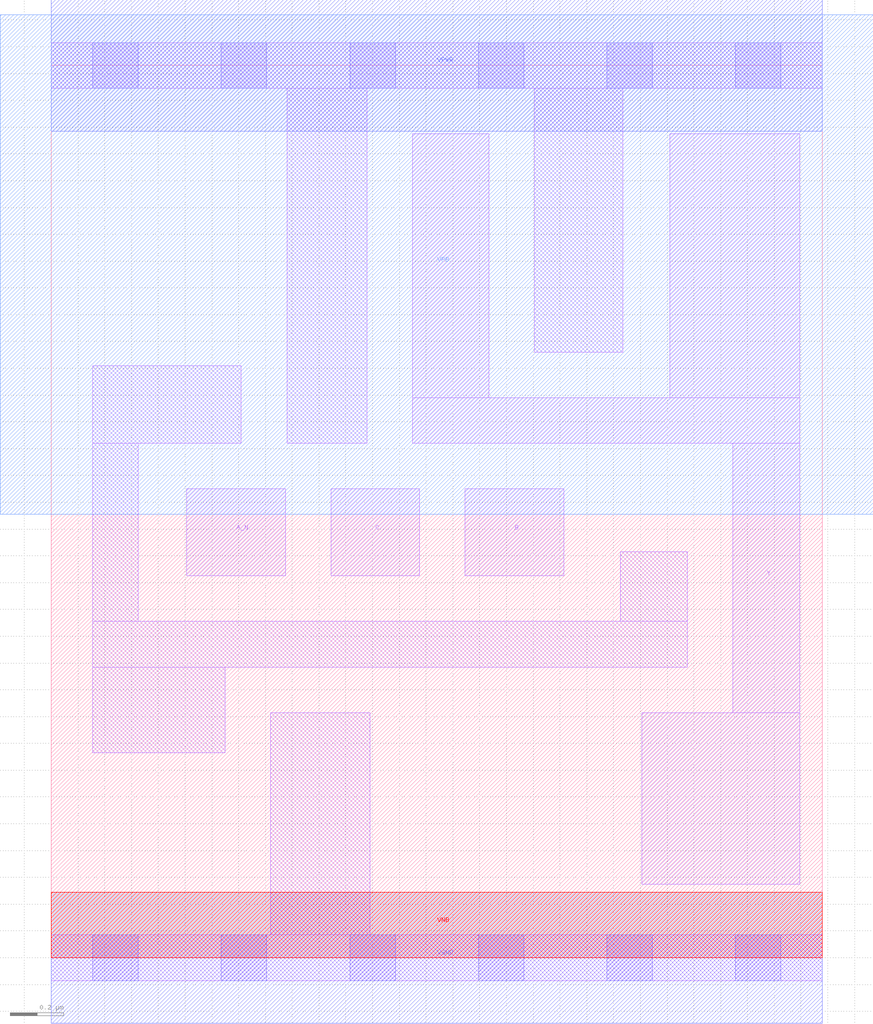
<source format=lef>
# Copyright 2020 The SkyWater PDK Authors
#
# Licensed under the Apache License, Version 2.0 (the "License");
# you may not use this file except in compliance with the License.
# You may obtain a copy of the License at
#
#     https://www.apache.org/licenses/LICENSE-2.0
#
# Unless required by applicable law or agreed to in writing, software
# distributed under the License is distributed on an "AS IS" BASIS,
# WITHOUT WARRANTIES OR CONDITIONS OF ANY KIND, either express or implied.
# See the License for the specific language governing permissions and
# limitations under the License.
#
# SPDX-License-Identifier: Apache-2.0

VERSION 5.7 ;
  NOWIREEXTENSIONATPIN ON ;
  DIVIDERCHAR "/" ;
  BUSBITCHARS "[]" ;
MACRO sky130_fd_sc_lp__nand3b_1
  CLASS CORE ;
  FOREIGN sky130_fd_sc_lp__nand3b_1 ;
  ORIGIN  0.000000  0.000000 ;
  SIZE  2.880000 BY  3.330000 ;
  SYMMETRY X Y R90 ;
  SITE unit ;
  PIN A_N
    ANTENNAGATEAREA  0.126000 ;
    DIRECTION INPUT ;
    USE SIGNAL ;
    PORT
      LAYER li1 ;
        RECT 0.505000 1.425000 0.875000 1.750000 ;
    END
  END A_N
  PIN B
    ANTENNAGATEAREA  0.315000 ;
    DIRECTION INPUT ;
    USE SIGNAL ;
    PORT
      LAYER li1 ;
        RECT 1.545000 1.425000 1.915000 1.750000 ;
    END
  END B
  PIN C
    ANTENNAGATEAREA  0.315000 ;
    DIRECTION INPUT ;
    USE SIGNAL ;
    PORT
      LAYER li1 ;
        RECT 1.045000 1.425000 1.375000 1.750000 ;
    END
  END C
  PIN Y
    ANTENNADIFFAREA  0.909300 ;
    DIRECTION OUTPUT ;
    USE SIGNAL ;
    PORT
      LAYER li1 ;
        RECT 1.350000 1.920000 2.795000 2.090000 ;
        RECT 1.350000 2.090000 1.635000 3.075000 ;
        RECT 2.205000 0.275000 2.795000 0.915000 ;
        RECT 2.310000 2.090000 2.795000 3.075000 ;
        RECT 2.545000 0.915000 2.795000 1.920000 ;
    END
  END Y
  PIN VGND
    DIRECTION INOUT ;
    USE GROUND ;
    PORT
      LAYER met1 ;
        RECT 0.000000 -0.245000 2.880000 0.245000 ;
    END
  END VGND
  PIN VNB
    DIRECTION INOUT ;
    USE GROUND ;
    PORT
      LAYER pwell ;
        RECT 0.000000 0.000000 2.880000 0.245000 ;
    END
  END VNB
  PIN VPB
    DIRECTION INOUT ;
    USE POWER ;
    PORT
      LAYER nwell ;
        RECT -0.190000 1.655000 3.070000 3.520000 ;
    END
  END VPB
  PIN VPWR
    DIRECTION INOUT ;
    USE POWER ;
    PORT
      LAYER met1 ;
        RECT 0.000000 3.085000 2.880000 3.575000 ;
    END
  END VPWR
  OBS
    LAYER li1 ;
      RECT 0.000000 -0.085000 2.880000 0.085000 ;
      RECT 0.000000  3.245000 2.880000 3.415000 ;
      RECT 0.155000  0.765000 0.650000 1.085000 ;
      RECT 0.155000  1.085000 2.375000 1.255000 ;
      RECT 0.155000  1.255000 0.325000 1.920000 ;
      RECT 0.155000  1.920000 0.710000 2.210000 ;
      RECT 0.820000  0.085000 1.190000 0.915000 ;
      RECT 0.880000  1.920000 1.180000 3.245000 ;
      RECT 1.805000  2.260000 2.135000 3.245000 ;
      RECT 2.125000  1.255000 2.375000 1.515000 ;
    LAYER mcon ;
      RECT 0.155000 -0.085000 0.325000 0.085000 ;
      RECT 0.155000  3.245000 0.325000 3.415000 ;
      RECT 0.635000 -0.085000 0.805000 0.085000 ;
      RECT 0.635000  3.245000 0.805000 3.415000 ;
      RECT 1.115000 -0.085000 1.285000 0.085000 ;
      RECT 1.115000  3.245000 1.285000 3.415000 ;
      RECT 1.595000 -0.085000 1.765000 0.085000 ;
      RECT 1.595000  3.245000 1.765000 3.415000 ;
      RECT 2.075000 -0.085000 2.245000 0.085000 ;
      RECT 2.075000  3.245000 2.245000 3.415000 ;
      RECT 2.555000 -0.085000 2.725000 0.085000 ;
      RECT 2.555000  3.245000 2.725000 3.415000 ;
  END
END sky130_fd_sc_lp__nand3b_1
END LIBRARY

</source>
